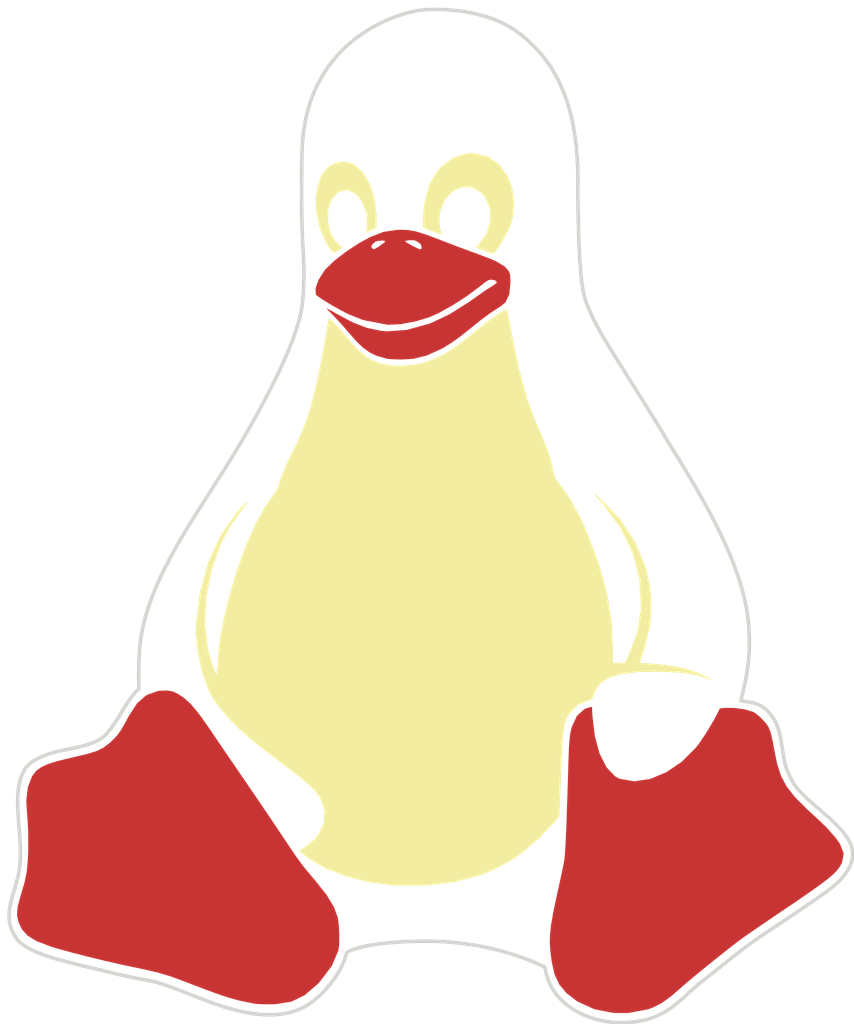
<source format=kicad_pcb>
(kicad_pcb (version 20241229) (generator "pcbnew") (generator_version "9.0")
  (layers (0 "F.Cu" signal) (2 "B.Cu" signal) (13 "F.Paste" user) (15 "B.Paste" user) (5 "F.SilkS" user "F.Silkscreen") (7 "B.SilkS" user "B.Silkscreen") (1 "F.Mask" user) (3 "B.Mask" user) (25 "Edge.Cuts" user))
  (net 0 "")
  (footprint "Graphics" (layer "F.Cu") (at 110 50)
    (property "Reference" "" (at 0 0 0) (layer "F.SilkS") (effects (font (size 1.27 1.27))))
    (property "Value" "")
    (fp_poly (pts (xy 16.207 19.609) (xy 16.275 20.175) (xy 16.407 20.657) (xy 16.596 21.033) (xy 16.831 21.284) (xy 16.97 21.358) (xy 17.369 21.426) (xy 17.808 21.361) (xy 18.258 21.175) (xy 18.691 20.881) (xy 19.081 20.491) (xy 19.162 20.387) (xy 19.362 20.093) (xy 19.572 19.741) (xy 19.665 19.567) (xy 19.749 19.402) (xy 19.875 19.389) (xy 20.15 19.389) (xy 20.448 19.431) (xy 20.681 19.503) (xy 20.702 19.513) (xy 20.856 19.632) (xy 21.018 19.802) (xy 21.097 19.915) (xy 21.161 20.079) (xy 21.218 20.327) (xy 21.251 20.51) (xy 21.336 20.935) (xy 21.447 21.279) (xy 21.608 21.578) (xy 21.841 21.873) (xy 22.17 22.201) (xy 22.384 22.395) (xy 22.699 22.696) (xy 22.95 22.975) (xy 23.085 23.162) (xy 23.187 23.432) (xy 23.143 23.684) (xy 23.081 23.796) (xy 23.005 23.898) (xy 22.896 24.009) (xy 22.736 24.144) (xy 22.509 24.315) (xy 22.198 24.536) (xy 21.784 24.82) (xy 21.34 25.119) (xy 20.998 25.351) (xy 20.687 25.563) (xy 20.441 25.734) (xy 20.294 25.84) (xy 20.29 25.842) (xy 19.993 26.072) (xy 19.656 26.339) (xy 19.317 26.612) (xy 19.013 26.861) (xy 18.782 27.056) (xy 18.713 27.117) (xy 18.395 27.392) (xy 18.14 27.577) (xy 17.905 27.699) (xy 17.75 27.756) (xy 17.195 27.859) (xy 16.79 27.856) (xy 16.266 27.755) (xy 15.792 27.541) (xy 15.475 27.295) (xy 15.286 27.064) (xy 15.158 26.793) (xy 15.076 26.437) (xy 15.038 26.13) (xy 15.023 25.905) (xy 15.029 25.676) (xy 15.059 25.411) (xy 15.117 25.075) (xy 15.209 24.636) (xy 15.27 24.361) (xy 15.338 24.05) (xy 15.395 23.778) (xy 15.428 23.603) (xy 15.429 23.6) (xy 15.445 23.424) (xy 15.464 23.098) (xy 15.485 22.618) (xy 15.507 21.984) (xy 15.532 21.192) (xy 15.54 20.9) (xy 15.553 20.526) (xy 15.57 20.269) (xy 15.594 20.085) (xy 15.629 19.932) (xy 15.632 19.921) (xy 15.779 19.605) (xy 15.996 19.414) (xy 16.122 19.372) (xy 16.194 19.359)) (fill yes) (layer "F.Cu"))
    (fp_poly (pts (xy 4.539 18.928) (xy 4.677 18.99) (xy 4.869 19.114) (xy 5.063 19.295) (xy 5.281 19.558) (xy 5.545 19.928) (xy 5.654 20.09) (xy 5.795 20.299) (xy 5.999 20.598) (xy 6.239 20.949) (xy 6.48 21.3) (xy 6.764 21.716) (xy 7.076 22.174) (xy 7.37 22.611) (xy 7.556 22.888) (xy 7.796 23.247) (xy 7.973 23.507) (xy 8.116 23.705) (xy 8.249 23.875) (xy 8.399 24.054) (xy 8.507 24.18) (xy 8.825 24.581) (xy 9.03 24.924) (xy 9.132 25.203) (xy 9.162 25.417) (xy 9.176 25.696) (xy 9.172 25.963) (xy 9.152 26.12) (xy 8.969 26.549) (xy 8.638 26.986) (xy 8.572 27.056) (xy 8.215 27.364) (xy 7.846 27.542) (xy 7.41 27.613) (xy 7.213 27.617) (xy 7.007 27.613) (xy 6.878 27.607) (xy 6.87 27.606) (xy 6.756 27.586) (xy 6.564 27.549) (xy 6.563 27.548) (xy 6.353 27.502) (xy 6.142 27.444) (xy 5.898 27.366) (xy 5.59 27.256) (xy 5.185 27.103) (xy 4.85 26.974) (xy 4.473 26.836) (xy 4.133 26.735) (xy 3.742 26.645) (xy 3.626 26.621) (xy 3.171 26.525) (xy 2.67 26.411) (xy 2.167 26.289) (xy 1.703 26.169) (xy 1.325 26.064) (xy 1.144 26.008) (xy 0.77 25.864) (xy 0.519 25.714) (xy 0.356 25.53) (xy 0.267 25.345) (xy 0.222 25.146) (xy 0.239 24.913) (xy 0.324 24.595) (xy 0.338 24.553) (xy 0.438 24.212) (xy 0.497 23.905) (xy 0.526 23.556) (xy 0.534 23.3) (xy 0.533 22.822) (xy 0.512 22.453) (xy 0.493 22.198) (xy 0.482 21.995) (xy 0.481 21.943) (xy 0.525 21.585) (xy 0.642 21.283) (xy 0.751 21.141) (xy 0.889 21.037) (xy 1.072 20.95) (xy 1.337 20.867) (xy 1.719 20.774) (xy 1.787 20.759) (xy 2.166 20.669) (xy 2.43 20.587) (xy 2.624 20.491) (xy 2.791 20.365) (xy 2.891 20.27) (xy 3 20.156) (xy 3.092 20.033) (xy 3.198 19.856) (xy 3.341 19.593) (xy 3.558 19.26) (xy 3.793 19.053) (xy 3.864 19.015) (xy 4.151 18.915) (xy 4.377 18.904)) (fill yes) (layer "F.Cu"))
    (fp_poly (pts (xy 11.1 6.125) (xy 11.308 6.163) (xy 11.563 6.241) (xy 11.915 6.373) (xy 11.921 6.375) (xy 12.207 6.485) (xy 12.474 6.587) (xy 12.58 6.626) (xy 12.95 6.762) (xy 13.201 6.856) (xy 13.365 6.919) (xy 13.474 6.965) (xy 13.53 6.991) (xy 13.776 7.137) (xy 13.884 7.265) (xy 13.918 7.351) (xy 13.929 7.481) (xy 13.93 7.58) (xy 13.898 7.909) (xy 13.795 8.126) (xy 13.673 8.23) (xy 13.36 8.435) (xy 13.08 8.643) (xy 12.9 8.789) (xy 12.562 9.059) (xy 12.296 9.251) (xy 12.06 9.396) (xy 12.025 9.415) (xy 11.61 9.605) (xy 11.228 9.699) (xy 10.89 9.717) (xy 10.672 9.711) (xy 10.518 9.7) (xy 10.51 9.699) (xy 10.202 9.611) (xy 10.02 9.522) (xy 9.831 9.386) (xy 9.632 9.193) (xy 9.44 8.972) (xy 9.246 8.749) (xy 9.055 8.544) (xy 9.012 8.5) (xy 8.883 8.369) (xy 8.821 8.299) (xy 8.82 8.297) (xy 8.881 8.324) (xy 9.031 8.407) (xy 9.075 8.433) (xy 9.542 8.683) (xy 9.943 8.839) (xy 10.328 8.919) (xy 10.512 8.934) (xy 11.049 8.895) (xy 11.664 8.725) (xy 11.735 8.699) (xy 12.229 8.465) (xy 12.794 8.11) (xy 13.039 7.935) (xy 13.239 7.795) (xy 13.39 7.7) (xy 13.518 7.615) (xy 13.556 7.574) (xy 13.501 7.517) (xy 13.394 7.5) (xy 13.322 7.513) (xy 13.226 7.572) (xy 13.057 7.707) (xy 12.711 7.964) (xy 12.316 8.217) (xy 11.934 8.429) (xy 11.69 8.539) (xy 11.293 8.66) (xy 10.879 8.736) (xy 10.526 8.752) (xy 10.502 8.75) (xy 9.837 8.621) (xy 9.45 8.469) (xy 9.212 8.347) (xy 8.958 8.204) (xy 8.73 8.066) (xy 8.571 7.957) (xy 8.523 7.912) (xy 8.516 7.74) (xy 8.601 7.503) (xy 8.759 7.252) (xy 8.793 7.21) (xy 9.03 6.981) (xy 9.359 6.726) (xy 9.633 6.546) (xy 10.07 6.546) (xy 10.079 6.629) (xy 10.142 6.656) (xy 10.258 6.591) (xy 10.28 6.575) (xy 10.398 6.49) (xy 10.432 6.467) (xy 10.446 6.436) (xy 11 6.436) (xy 11.061 6.48) (xy 11.197 6.556) (xy 11.341 6.628) (xy 11.423 6.66) (xy 11.468 6.628) (xy 11.439 6.516) (xy 11.312 6.425) (xy 11.234 6.405) (xy 11.097 6.406) (xy 11.005 6.428) (xy 11 6.436) (xy 10.446 6.436) (xy 10.45 6.427) (xy 10.368 6.412) (xy 10.243 6.426) (xy 10.169 6.451) (xy 10.07 6.546) (xy 9.633 6.546) (xy 9.728 6.484) (xy 10.03 6.319) (xy 10.407 6.173) (xy 10.779 6.118) (xy 10.89 6.115)) (fill yes) (layer "F.Cu"))
  )
  (footprint "DrillHole" (layer "F.Cu") (at 121.794 52.381)
    (property "Reference" "" (at 0 0 0) (layer "F.SilkS") (effects (font (size 1.27 1.27))))
    (property "Value" "")
    (pad "" np_thru_hole circle (at 0 0) (size 2.665 2.665) (drill 2.665) (layers "*.Cu" "*.Mask") (clearance 0.1))
  )
  (footprint "Graphics" (layer "F.Cu") (at 110 50)
    (property "Reference" "" (at 0 0 0) (layer "F.SilkS") (effects (font (size 1.27 1.27))))
    (property "Value" "")
  )
  (footprint "Graphics" (layer "F.Cu") (at 110 50)
    (property "Reference" "" (at 0 0 0) (layer "F.SilkS") (effects (font (size 1.27 1.27))))
    (property "Value" "")
  )
  (footprint "Graphics" (layer "F.Cu") (at 110 50)
    (property "Reference" "" (at 0 0 0) (layer "F.SilkS") (effects (font (size 1.27 1.27))))
    (property "Value" "")
  )
  (footprint "Graphics" (layer "F.Cu") (at 110 50)
    (property "Reference" "" (at 0 0 0) (layer "F.SilkS") (effects (font (size 1.27 1.27))))
    (property "Value" "")
    (fp_poly (pts (xy 9.462 4.245) (xy 9.564 4.286) (xy 9.811 4.488) (xy 10.013 4.811) (xy 10.152 5.218) (xy 10.215 5.671) (xy 10.216 5.809) (xy 10.21 6.067) (xy 10.063 6.134) (xy 9.917 6.2) (xy 9.931 6.135) (xy 9.945 5.953) (xy 9.935 5.733) (xy 9.92 5.639) (xy 9.798 5.327) (xy 9.615 5.113) (xy 9.397 5.016) (xy 9.172 5.057) (xy 9.155 5.066) (xy 8.971 5.26) (xy 8.871 5.551) (xy 8.863 5.896) (xy 8.928 6.174) (xy 9.034 6.376) (xy 9.172 6.53) (xy 9.179 6.535) (xy 9.255 6.595) (xy 9.259 6.602) (xy 9.208 6.649) (xy 9.103 6.728) (xy 9.05 6.764) (xy 8.981 6.73) (xy 8.964 6.714) (xy 8.789 6.452) (xy 8.632 6.061) (xy 8.588 5.914) (xy 8.533 5.586) (xy 8.523 5.221) (xy 8.549 4.98) (xy 8.677 4.598) (xy 8.875 4.355) (xy 8.898 4.339) (xy 9.107 4.247) (xy 9.3 4.23)) (fill yes) (layer "F.SilkS"))
    (fp_poly (pts (xy 13.311 4.08) (xy 13.636 4.316) (xy 13.862 4.644) (xy 13.98 4.947) (xy 14.026 5.278) (xy 14.029 5.41) (xy 14.017 5.695) (xy 13.962 5.921) (xy 13.86 6.156) (xy 13.761 6.342) (xy 13.639 6.546) (xy 13.53 6.71) (xy 13.477 6.773) (xy 13.401 6.768) (xy 13.212 6.704) (xy 13.21 6.703) (xy 13.043 6.64) (xy 12.964 6.608) (xy 12.963 6.608) (xy 13.006 6.557) (xy 13.075 6.486) (xy 13.281 6.189) (xy 13.372 5.842) (xy 13.346 5.493) (xy 13.202 5.185) (xy 13.108 5.081) (xy 12.852 4.938) (xy 12.581 4.935) (xy 12.325 5.057) (xy 12.114 5.292) (xy 11.988 5.587) (xy 11.962 5.802) (xy 11.972 6.041) (xy 11.99 6.132) (xy 12.018 6.233) (xy 12.02 6.245) (xy 11.96 6.234) (xy 11.915 6.217) (xy 11.749 6.155) (xy 11.665 6.126) (xy 11.541 6.073) (xy 11.507 6.025) (xy 11.5 5.885) (xy 11.511 5.658) (xy 11.535 5.413) (xy 11.559 5.264) (xy 11.686 4.833) (xy 11.88 4.502) (xy 12.006 4.362) (xy 12.349 4.103) (xy 12.716 3.991) (xy 12.92 3.985)) (fill yes) (layer "F.SilkS"))
    (fp_poly (pts (xy 13.85 8.372) (xy 13.878 8.505) (xy 13.909 8.68) (xy 14.075 9.537) (xy 14.24 10.251) (xy 14.402 10.813) (xy 14.477 11.032) (xy 14.565 11.265) (xy 14.685 11.556) (xy 14.848 11.935) (xy 14.984 12.277) (xy 15.077 12.593) (xy 15.122 12.79) (xy 15.162 12.957) (xy 15.211 13.056) (xy 15.278 13.14) (xy 15.588 13.578) (xy 15.895 14.147) (xy 16.108 14.631) (xy 16.42 15.485) (xy 16.629 16.267) (xy 16.746 17.023) (xy 16.78 17.736) (xy 16.78 18.142) (xy 16.945 18.136) (xy 17.11 18.13) (xy 17.185 17.98) (xy 17.441 17.326) (xy 17.551 16.672) (xy 17.554 16.6) (xy 17.513 15.826) (xy 17.326 15.098) (xy 16.989 14.403) (xy 16.498 13.731) (xy 16.364 13.58) (xy 16.252 13.455) (xy 16.243 13.431) (xy 16.344 13.511) (xy 16.434 13.586) (xy 16.98 14.144) (xy 17.407 14.796) (xy 17.699 15.517) (xy 17.813 16.027) (xy 17.844 16.371) (xy 17.845 16.749) (xy 17.815 17.067) (xy 17.813 17.08) (xy 17.742 17.401) (xy 17.647 17.759) (xy 17.582 17.965) (xy 17.523 18.14) (xy 17.566 18.14) (xy 17.825 18.153) (xy 18.157 18.186) (xy 18.482 18.231) (xy 18.61 18.253) (xy 18.924 18.334) (xy 19.227 18.447) (xy 19.456 18.565) (xy 19.5 18.598) (xy 19.525 18.626) (xy 19.441 18.593) (xy 19.434 18.59) (xy 19.098 18.482) (xy 18.672 18.415) (xy 18.136 18.386) (xy 17.51 18.393) (xy 17.024 18.447) (xy 16.668 18.552) (xy 16.429 18.71) (xy 16.275 18.943) (xy 16.23 19.085) (xy 16.2 19.15) (xy 16.109 19.177) (xy 15.781 19.32) (xy 15.543 19.587) (xy 15.489 19.698) (xy 15.454 19.795) (xy 15.426 19.906) (xy 15.404 20.056) (xy 15.384 20.266) (xy 15.367 20.559) (xy 15.348 20.958) (xy 15.328 21.485) (xy 15.318 21.745) (xy 15.294 22.401) (xy 15.164 22.555) (xy 14.73 23.012) (xy 14.252 23.419) (xy 14.05 23.563) (xy 13.778 23.723) (xy 13.45 23.889) (xy 13.159 24.015) (xy 13.147 24.019) (xy 12.416 24.217) (xy 11.601 24.32) (xy 10.752 24.323) (xy 10.689 24.319) (xy 9.997 24.229) (xy 9.342 24.063) (xy 8.76 23.831) (xy 8.286 23.547) (xy 8.148 23.433) (xy 8.051 23.345) (xy 8.132 23.304) (xy 8.317 23.179) (xy 8.505 23.013) (xy 8.565 22.945) (xy 8.741 22.596) (xy 8.764 22.231) (xy 8.636 21.877) (xy 8.498 21.693) (xy 8.371 21.564) (xy 8.2 21.415) (xy 7.959 21.222) (xy 7.62 20.962) (xy 7.55 20.91) (xy 7.139 20.598) (xy 6.828 20.353) (xy 6.585 20.15) (xy 6.38 19.961) (xy 6.181 19.761) (xy 6.098 19.673) (xy 5.836 19.375) (xy 5.656 19.116) (xy 5.549 18.912) (xy 5.366 18.414) (xy 5.239 17.851) (xy 5.186 17.303) (xy 5.189 17.09) (xy 5.304 16.18) (xy 5.532 15.348) (xy 5.867 14.611) (xy 6.303 13.983) (xy 6.448 13.824) (xy 6.591 13.687) (xy 6.638 13.667) (xy 6.579 13.76) (xy 6.509 13.847) (xy 6.131 14.381) (xy 5.885 14.847) (xy 5.628 15.57) (xy 5.481 16.321) (xy 5.448 17.063) (xy 5.531 17.757) (xy 5.619 18.082) (xy 5.688 18.274) (xy 5.738 18.394) (xy 5.778 18.47) (xy 5.779 18.34) (xy 5.82 17.744) (xy 5.927 17.078) (xy 6.09 16.375) (xy 6.296 15.667) (xy 6.537 14.989) (xy 6.801 14.373) (xy 7.077 13.852) (xy 7.339 13.48) (xy 7.406 13.387) (xy 7.463 13.263) (xy 7.536 13.05) (xy 7.676 12.681) (xy 7.761 12.5) (xy 8 12.025) (xy 8.174 11.628) (xy 8.309 11.253) (xy 8.367 11.059) (xy 8.525 10.445) (xy 8.675 9.742) (xy 8.801 9.03) (xy 8.84 8.794) (xy 8.869 8.631) (xy 8.879 8.592) (xy 8.905 8.58) (xy 8.983 8.644) (xy 9.044 8.705) (xy 9.2 8.873) (xy 9.373 9.078) (xy 9.387 9.096) (xy 9.675 9.424) (xy 9.93 9.639) (xy 10.087 9.73) (xy 10.345 9.83) (xy 10.621 9.877) (xy 10.9 9.885) (xy 11.259 9.862) (xy 11.579 9.783) (xy 11.805 9.695) (xy 11.981 9.617) (xy 12.141 9.532) (xy 12.313 9.423) (xy 12.522 9.271) (xy 12.797 9.057) (xy 13.163 8.763) (xy 13.232 8.706) (xy 13.477 8.523) (xy 13.699 8.381) (xy 13.803 8.33) (xy 13.829 8.327)) (fill yes) (layer "F.SilkS"))
  )
  (footprint "Graphics" (layer "F.Cu") (at 110 50)
    (property "Reference" "" (at 0 0 0) (layer "F.SilkS") (effects (font (size 1.27 1.27))))
    (property "Value" "")
  )
  (footprint "Graphics" (layer "F.Cu") (at 110 50)
    (property "Reference" "" (at 0 0 0) (layer "F.SilkS") (effects (font (size 1.27 1.27))))
    (property "Value" "")
  )
  (footprint "Graphics" (layer "B.Cu") (at 110 50)
    (property "Reference" "" (at 0 0 0) (layer "F.SilkS") (effects (font (size 1.27 1.27))))
    (property "Value" "")
  )
  (footprint "Graphics" (layer "B.Cu") (at 110 50)
    (property "Reference" "" (at 0 0 0) (layer "F.SilkS") (effects (font (size 1.27 1.27))))
    (property "Value" "")
  )
  (gr_poly (pts (xy 121.966 50.001) (xy 121.817 50) (xy 121.683 50.003) (xy 121.565 50.009) (xy 121.465 50.016) (xy 121.464 50.016) (xy 121.399 50.024) (xy 121.318 50.037) (xy 121.223 50.057) (xy 121.114 50.082) (xy 120.995 50.115) (xy 120.864 50.156) (xy 120.725 50.204) (xy 120.579 50.261) (xy 120.426 50.328) (xy 120.268 50.404) (xy 120.107 50.49) (xy 119.944 50.587) (xy 119.78 50.695) (xy 119.616 50.815) (xy 119.455 50.947) (xy 119.297 51.092) (xy 119.143 51.25) (xy 118.996 51.422) (xy 118.855 51.608) (xy 118.724 51.809) (xy 118.603 52.025) (xy 118.563 52.104) (xy 118.473 52.301) (xy 118.391 52.51) (xy 118.32 52.731) (xy 118.259 52.963) (xy 118.21 53.208) (xy 118.173 53.466) (xy 118.149 53.737) (xy 118.14 53.965) (xy 118.135 54.243) (xy 118.132 54.501) (xy 118.129 54.742) (xy 118.128 54.965) (xy 118.128 55.172) (xy 118.129 55.363) (xy 118.131 55.541) (xy 118.133 55.704) (xy 118.136 55.855) (xy 118.14 55.994) (xy 118.144 56.123) (xy 118.148 56.242) (xy 118.153 56.351) (xy 118.157 56.453) (xy 118.162 56.548) (xy 118.167 56.636) (xy 118.172 56.719) (xy 118.177 56.798) (xy 118.181 56.874) (xy 118.185 56.947) (xy 118.188 57.018) (xy 118.191 57.089) (xy 118.193 57.16) (xy 118.195 57.232) (xy 118.195 57.306) (xy 118.195 57.384) (xy 118.193 57.465) (xy 118.191 57.551) (xy 118.187 57.643) (xy 118.182 57.741) (xy 118.175 57.847) (xy 118.167 57.962) (xy 118.158 58.086) (xy 118.155 58.12) (xy 118.135 58.281) (xy 118.101 58.454) (xy 118.055 58.638) (xy 117.998 58.831) (xy 117.929 59.033) (xy 117.852 59.243) (xy 117.765 59.458) (xy 117.672 59.678) (xy 117.571 59.901) (xy 117.466 60.125) (xy 117.415 60.232) (xy 117.295 60.471) (xy 117.173 60.709) (xy 117.049 60.943) (xy 116.925 61.173) (xy 116.801 61.397) (xy 116.679 61.612) (xy 116.56 61.818) (xy 116.446 62.014) (xy 116.337 62.197) (xy 116.235 62.365) (xy 116.141 62.519) (xy 116.117 62.556) (xy 115.885 62.925) (xy 115.646 63.298) (xy 115.405 63.673) (xy 115.165 64.052) (xy 114.929 64.433) (xy 114.703 64.816) (xy 114.488 65.202) (xy 114.289 65.589) (xy 114.264 65.639) (xy 114.131 65.927) (xy 114.009 66.214) (xy 113.901 66.503) (xy 113.809 66.792) (xy 113.733 67.082) (xy 113.675 67.372) (xy 113.664 67.443) (xy 113.639 67.646) (xy 113.621 67.863) (xy 113.61 68.091) (xy 113.605 68.326) (xy 113.605 68.564) (xy 113.608 68.802) (xy 113.61 68.859) (xy 113.498 68.97) (xy 113.396 69.095) (xy 113.301 69.229) (xy 113.21 69.372) (xy 113.12 69.518) (xy 113.029 69.667) (xy 112.933 69.816) (xy 112.83 69.961) (xy 112.717 70.1) (xy 112.701 70.118) (xy 112.616 70.197) (xy 112.517 70.265) (xy 112.405 70.324) (xy 112.282 70.375) (xy 112.147 70.419) (xy 112.004 70.458) (xy 111.854 70.493) (xy 111.696 70.526) (xy 111.534 70.558) (xy 111.498 70.565) (xy 111.363 70.594) (xy 111.228 70.629) (xy 111.096 70.67) (xy 110.969 70.716) (xy 110.848 70.768) (xy 110.737 70.825) (xy 110.637 70.889) (xy 110.551 70.958) (xy 110.479 71.033) (xy 110.44 71.089) (xy 110.391 71.18) (xy 110.334 71.313) (xy 110.293 71.455) (xy 110.265 71.605) (xy 110.248 71.763) (xy 110.241 71.928) (xy 110.242 72.099) (xy 110.249 72.274) (xy 110.26 72.452) (xy 110.274 72.634) (xy 110.288 72.816) (xy 110.301 72.999) (xy 110.311 73.182) (xy 110.317 73.363) (xy 110.316 73.542) (xy 110.306 73.717) (xy 110.287 73.887) (xy 110.255 74.052) (xy 110.254 74.055) (xy 110.21 74.223) (xy 110.162 74.388) (xy 110.114 74.55) (xy 110.069 74.708) (xy 110.033 74.863) (xy 110.009 75.014) (xy 110 75.147) (xy 110.004 75.252) (xy 110.02 75.36) (xy 110.049 75.472) (xy 110.094 75.589) (xy 110.155 75.711) (xy 110.156 75.712) (xy 110.219 75.805) (xy 110.301 75.891) (xy 110.4 75.971) (xy 110.515 76.045) (xy 110.646 76.114) (xy 110.793 76.18) (xy 110.955 76.241) (xy 110.973 76.248) (xy 111.176 76.315) (xy 111.398 76.38) (xy 111.638 76.445) (xy 111.895 76.51) (xy 112.167 76.576) (xy 112.407 76.634) (xy 112.604 76.681) (xy 113.048 76.787) (xy 113.372 76.858) (xy 113.471 76.878) (xy 113.554 76.895) (xy 113.624 76.908) (xy 113.684 76.919) (xy 113.721 76.926) (xy 113.785 76.937) (xy 113.845 76.949) (xy 113.903 76.96) (xy 113.96 76.973) (xy 114.019 76.986) (xy 114.079 77.001) (xy 114.142 77.019) (xy 114.211 77.039) (xy 114.286 77.063) (xy 114.369 77.091) (xy 114.461 77.123) (xy 114.563 77.161) (xy 114.678 77.204) (xy 114.806 77.253) (xy 114.949 77.308) (xy 115.108 77.371) (xy 115.188 77.403) (xy 115.447 77.504) (xy 115.723 77.605) (xy 115.954 77.681) (xy 116.15 77.74) (xy 116.352 77.793) (xy 116.557 77.838) (xy 116.765 77.874) (xy 116.973 77.898) (xy 117.182 77.91) (xy 117.39 77.905) (xy 117.595 77.884) (xy 117.669 77.872) (xy 117.837 77.834) (xy 117.999 77.781) (xy 118.157 77.713) (xy 118.309 77.628) (xy 118.455 77.525) (xy 118.465 77.517) (xy 118.626 77.378) (xy 118.781 77.223) (xy 118.925 77.056) (xy 119.056 76.882) (xy 119.122 76.781) (xy 119.22 76.611) (xy 119.246 76.558) (xy 119.317 76.394) (xy 119.33 76.358) (xy 119.377 76.206) (xy 119.386 76.168) (xy 119.434 76.145) (xy 119.492 76.12) (xy 119.56 76.095) (xy 119.638 76.07) (xy 119.728 76.044) (xy 119.829 76.019) (xy 119.944 75.994) (xy 120.072 75.971) (xy 120.214 75.949) (xy 120.371 75.928) (xy 120.544 75.91) (xy 120.733 75.894) (xy 120.939 75.881) (xy 121.163 75.872) (xy 121.405 75.866) (xy 121.517 75.864) (xy 121.795 75.866) (xy 122.063 75.877) (xy 122.322 75.896) (xy 122.571 75.923) (xy 122.81 75.955) (xy 123.037 75.993) (xy 123.254 76.036) (xy 123.459 76.082) (xy 123.652 76.13) (xy 123.832 76.181) (xy 124 76.232) (xy 124.154 76.283) (xy 124.295 76.333) (xy 124.422 76.381) (xy 124.534 76.426) (xy 124.631 76.468) (xy 124.713 76.505) (xy 124.78 76.536) (xy 124.83 76.561) (xy 124.864 76.578) (xy 124.881 76.587) (xy 124.883 76.588) (xy 124.884 76.573) (xy 124.922 76.758) (xy 124.947 76.848) (xy 125.004 77.006) (xy 125.078 77.156) (xy 125.107 77.205) (xy 125.194 77.329) (xy 125.297 77.45) (xy 125.375 77.528) (xy 125.513 77.645) (xy 125.669 77.755) (xy 125.804 77.834) (xy 125.98 77.918) (xy 126.171 77.991) (xy 126.319 78.035) (xy 126.518 78.08) (xy 126.728 78.11) (xy 126.876 78.122) (xy 127.092 78.124) (xy 127.315 78.11) (xy 127.455 78.093) (xy 127.635 78.059) (xy 127.801 78.015) (xy 127.954 77.96) (xy 128.096 77.896) (xy 128.228 77.824) (xy 128.283 77.791) (xy 128.448 77.677) (xy 128.601 77.554) (xy 128.747 77.425) (xy 128.867 77.315) (xy 128.872 77.31) (xy 129.039 77.158) (xy 129.214 77.01) (xy 129.252 76.98) (xy 129.411 76.857) (xy 129.506 76.782) (xy 129.578 76.725) (xy 129.638 76.678) (xy 129.689 76.637) (xy 129.736 76.6) (xy 129.756 76.583) (xy 130.115 76.297) (xy 130.368 76.1) (xy 130.636 75.902) (xy 130.92 75.703) (xy 131.055 75.613) (xy 131.253 75.483) (xy 131.46 75.346) (xy 131.653 75.217) (xy 131.979 74.997) (xy 132.283 74.788) (xy 132.398 74.709) (xy 132.518 74.627) (xy 132.641 74.54) (xy 132.765 74.449) (xy 132.885 74.353) (xy 133.001 74.253) (xy 133.108 74.147) (xy 133.204 74.037) (xy 133.286 73.921) (xy 133.347 73.81) (xy 133.393 73.704) (xy 133.423 73.594) (xy 133.437 73.48) (xy 133.436 73.402) (xy 133.419 73.29) (xy 133.384 73.179) (xy 133.333 73.07) (xy 133.267 72.963) (xy 133.189 72.856) (xy 133.099 72.751) (xy 133 72.647) (xy 132.894 72.544) (xy 132.783 72.441) (xy 132.668 72.339) (xy 132.551 72.237) (xy 132.433 72.136) (xy 132.384 72.093) (xy 132.264 71.987) (xy 132.147 71.882) (xy 132.037 71.777) (xy 131.937 71.671) (xy 131.85 71.565) (xy 131.793 71.478) (xy 131.74 71.384) (xy 131.686 71.279) (xy 131.636 71.169) (xy 131.592 71.057) (xy 131.557 70.95) (xy 131.54 70.874) (xy 131.51 70.7) (xy 131.485 70.536) (xy 131.461 70.381) (xy 131.436 70.234) (xy 131.405 70.094) (xy 131.367 69.961) (xy 131.317 69.833) (xy 131.252 69.711) (xy 131.211 69.648) (xy 131.132 69.544) (xy 131.054 69.458) (xy 130.974 69.388) (xy 130.891 69.333) (xy 130.803 69.289) (xy 130.708 69.256) (xy 130.604 69.232) (xy 130.489 69.214) (xy 130.47 69.212) (xy 130.328 69.192) (xy 130.387 68.958) (xy 130.437 68.74) (xy 130.478 68.533) (xy 130.511 68.336) (xy 130.536 68.146) (xy 130.553 67.959) (xy 130.563 67.775) (xy 130.566 67.588) (xy 130.563 67.398) (xy 130.555 67.201) (xy 130.554 67.174) (xy 130.528 66.893) (xy 130.483 66.606) (xy 130.422 66.316) (xy 130.343 66.022) (xy 130.25 65.724) (xy 130.141 65.423) (xy 130.02 65.119) (xy 129.886 64.812) (xy 129.74 64.502) (xy 129.584 64.19) (xy 129.418 63.875) (xy 129.243 63.559) (xy 129.062 63.241) (xy 128.873 62.922) (xy 128.679 62.601) (xy 128.481 62.28) (xy 128.329 62.037) (xy 128.148 61.734) (xy 127.966 61.436) (xy 127.785 61.143) (xy 127.606 60.857) (xy 127.431 60.578) (xy 127.261 60.308) (xy 127.097 60.048) (xy 126.94 59.799) (xy 126.793 59.562) (xy 126.655 59.338) (xy 126.529 59.129) (xy 126.517 59.11) (xy 126.423 58.946) (xy 126.339 58.795) (xy 126.265 58.652) (xy 126.197 58.516) (xy 126.136 58.38) (xy 126.079 58.243) (xy 126.025 58.1) (xy 126.013 58.065) (xy 125.983 57.964) (xy 125.955 57.844) (xy 125.931 57.705) (xy 125.908 57.546) (xy 125.889 57.368) (xy 125.872 57.17) (xy 125.856 56.953) (xy 125.843 56.716) (xy 125.832 56.459) (xy 125.823 56.183) (xy 125.815 55.887) (xy 125.809 55.571) (xy 125.804 55.236) (xy 125.801 55.024) (xy 125.805 54.689) (xy 125.798 54.37) (xy 125.781 54.067) (xy 125.756 53.779) (xy 125.721 53.507) (xy 125.678 53.249) (xy 125.627 53.005) (xy 125.568 52.774) (xy 125.502 52.556) (xy 125.429 52.35) (xy 125.35 52.156) (xy 125.264 51.974) (xy 125.173 51.801) (xy 125.076 51.639) (xy 124.974 51.487) (xy 124.868 51.344) (xy 124.757 51.209) (xy 124.643 51.082) (xy 124.525 50.963) (xy 124.404 50.851) (xy 124.28 50.745) (xy 124.196 50.677) (xy 124.02 50.551) (xy 123.835 50.441) (xy 123.643 50.345) (xy 123.448 50.264) (xy 123.25 50.197) (xy 123.051 50.141) (xy 122.854 50.096) (xy 122.66 50.061) (xy 122.471 50.035) (xy 122.289 50.017) (xy 122.116 50.006) (xy 121.966 50.001)) (stroke (width 0.1)) (fill no) (layer "Edge.Cuts"))
)
</source>
